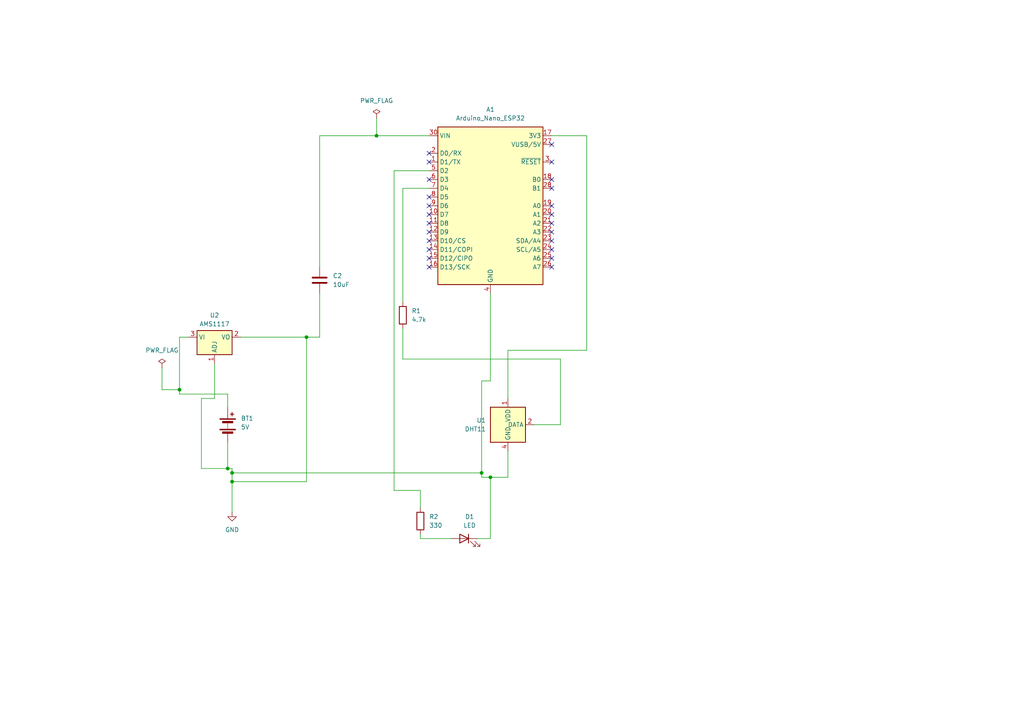
<source format=kicad_sch>
(kicad_sch
	(version 20231120)
	(generator "eeschema")
	(generator_version "8.0")
	(uuid "3d804188-b0ae-4ef1-8a5c-bc920f971b0e")
	(paper "A4")
	(lib_symbols
		(symbol "Device:Battery"
			(pin_numbers hide)
			(pin_names
				(offset 0) hide)
			(exclude_from_sim no)
			(in_bom yes)
			(on_board yes)
			(property "Reference" "BT"
				(at 2.54 2.54 0)
				(effects
					(font
						(size 1.27 1.27)
					)
					(justify left)
				)
			)
			(property "Value" "Battery"
				(at 2.54 0 0)
				(effects
					(font
						(size 1.27 1.27)
					)
					(justify left)
				)
			)
			(property "Footprint" ""
				(at 0 1.524 90)
				(effects
					(font
						(size 1.27 1.27)
					)
					(hide yes)
				)
			)
			(property "Datasheet" "~"
				(at 0 1.524 90)
				(effects
					(font
						(size 1.27 1.27)
					)
					(hide yes)
				)
			)
			(property "Description" "Multiple-cell battery"
				(at 0 0 0)
				(effects
					(font
						(size 1.27 1.27)
					)
					(hide yes)
				)
			)
			(property "ki_keywords" "batt voltage-source cell"
				(at 0 0 0)
				(effects
					(font
						(size 1.27 1.27)
					)
					(hide yes)
				)
			)
			(symbol "Battery_0_1"
				(rectangle
					(start -2.286 -1.27)
					(end 2.286 -1.524)
					(stroke
						(width 0)
						(type default)
					)
					(fill
						(type outline)
					)
				)
				(rectangle
					(start -2.286 1.778)
					(end 2.286 1.524)
					(stroke
						(width 0)
						(type default)
					)
					(fill
						(type outline)
					)
				)
				(rectangle
					(start -1.524 -2.032)
					(end 1.524 -2.54)
					(stroke
						(width 0)
						(type default)
					)
					(fill
						(type outline)
					)
				)
				(rectangle
					(start -1.524 1.016)
					(end 1.524 0.508)
					(stroke
						(width 0)
						(type default)
					)
					(fill
						(type outline)
					)
				)
				(polyline
					(pts
						(xy 0 -1.016) (xy 0 -0.762)
					)
					(stroke
						(width 0)
						(type default)
					)
					(fill
						(type none)
					)
				)
				(polyline
					(pts
						(xy 0 -0.508) (xy 0 -0.254)
					)
					(stroke
						(width 0)
						(type default)
					)
					(fill
						(type none)
					)
				)
				(polyline
					(pts
						(xy 0 0) (xy 0 0.254)
					)
					(stroke
						(width 0)
						(type default)
					)
					(fill
						(type none)
					)
				)
				(polyline
					(pts
						(xy 0 1.778) (xy 0 2.54)
					)
					(stroke
						(width 0)
						(type default)
					)
					(fill
						(type none)
					)
				)
				(polyline
					(pts
						(xy 0.762 3.048) (xy 1.778 3.048)
					)
					(stroke
						(width 0.254)
						(type default)
					)
					(fill
						(type none)
					)
				)
				(polyline
					(pts
						(xy 1.27 3.556) (xy 1.27 2.54)
					)
					(stroke
						(width 0.254)
						(type default)
					)
					(fill
						(type none)
					)
				)
			)
			(symbol "Battery_1_1"
				(pin passive line
					(at 0 5.08 270)
					(length 2.54)
					(name "+"
						(effects
							(font
								(size 1.27 1.27)
							)
						)
					)
					(number "1"
						(effects
							(font
								(size 1.27 1.27)
							)
						)
					)
				)
				(pin passive line
					(at 0 -5.08 90)
					(length 2.54)
					(name "-"
						(effects
							(font
								(size 1.27 1.27)
							)
						)
					)
					(number "2"
						(effects
							(font
								(size 1.27 1.27)
							)
						)
					)
				)
			)
		)
		(symbol "Device:C"
			(pin_numbers hide)
			(pin_names
				(offset 0.254)
			)
			(exclude_from_sim no)
			(in_bom yes)
			(on_board yes)
			(property "Reference" "C"
				(at 0.635 2.54 0)
				(effects
					(font
						(size 1.27 1.27)
					)
					(justify left)
				)
			)
			(property "Value" "C"
				(at 0.635 -2.54 0)
				(effects
					(font
						(size 1.27 1.27)
					)
					(justify left)
				)
			)
			(property "Footprint" ""
				(at 0.9652 -3.81 0)
				(effects
					(font
						(size 1.27 1.27)
					)
					(hide yes)
				)
			)
			(property "Datasheet" "~"
				(at 0 0 0)
				(effects
					(font
						(size 1.27 1.27)
					)
					(hide yes)
				)
			)
			(property "Description" "Unpolarized capacitor"
				(at 0 0 0)
				(effects
					(font
						(size 1.27 1.27)
					)
					(hide yes)
				)
			)
			(property "ki_keywords" "cap capacitor"
				(at 0 0 0)
				(effects
					(font
						(size 1.27 1.27)
					)
					(hide yes)
				)
			)
			(property "ki_fp_filters" "C_*"
				(at 0 0 0)
				(effects
					(font
						(size 1.27 1.27)
					)
					(hide yes)
				)
			)
			(symbol "C_0_1"
				(polyline
					(pts
						(xy -2.032 -0.762) (xy 2.032 -0.762)
					)
					(stroke
						(width 0.508)
						(type default)
					)
					(fill
						(type none)
					)
				)
				(polyline
					(pts
						(xy -2.032 0.762) (xy 2.032 0.762)
					)
					(stroke
						(width 0.508)
						(type default)
					)
					(fill
						(type none)
					)
				)
			)
			(symbol "C_1_1"
				(pin passive line
					(at 0 3.81 270)
					(length 2.794)
					(name "~"
						(effects
							(font
								(size 1.27 1.27)
							)
						)
					)
					(number "1"
						(effects
							(font
								(size 1.27 1.27)
							)
						)
					)
				)
				(pin passive line
					(at 0 -3.81 90)
					(length 2.794)
					(name "~"
						(effects
							(font
								(size 1.27 1.27)
							)
						)
					)
					(number "2"
						(effects
							(font
								(size 1.27 1.27)
							)
						)
					)
				)
			)
		)
		(symbol "Device:LED"
			(pin_numbers hide)
			(pin_names
				(offset 1.016) hide)
			(exclude_from_sim no)
			(in_bom yes)
			(on_board yes)
			(property "Reference" "D"
				(at 0 2.54 0)
				(effects
					(font
						(size 1.27 1.27)
					)
				)
			)
			(property "Value" "LED"
				(at 0 -2.54 0)
				(effects
					(font
						(size 1.27 1.27)
					)
				)
			)
			(property "Footprint" ""
				(at 0 0 0)
				(effects
					(font
						(size 1.27 1.27)
					)
					(hide yes)
				)
			)
			(property "Datasheet" "~"
				(at 0 0 0)
				(effects
					(font
						(size 1.27 1.27)
					)
					(hide yes)
				)
			)
			(property "Description" "Light emitting diode"
				(at 0 0 0)
				(effects
					(font
						(size 1.27 1.27)
					)
					(hide yes)
				)
			)
			(property "ki_keywords" "LED diode"
				(at 0 0 0)
				(effects
					(font
						(size 1.27 1.27)
					)
					(hide yes)
				)
			)
			(property "ki_fp_filters" "LED* LED_SMD:* LED_THT:*"
				(at 0 0 0)
				(effects
					(font
						(size 1.27 1.27)
					)
					(hide yes)
				)
			)
			(symbol "LED_0_1"
				(polyline
					(pts
						(xy -1.27 -1.27) (xy -1.27 1.27)
					)
					(stroke
						(width 0.254)
						(type default)
					)
					(fill
						(type none)
					)
				)
				(polyline
					(pts
						(xy -1.27 0) (xy 1.27 0)
					)
					(stroke
						(width 0)
						(type default)
					)
					(fill
						(type none)
					)
				)
				(polyline
					(pts
						(xy 1.27 -1.27) (xy 1.27 1.27) (xy -1.27 0) (xy 1.27 -1.27)
					)
					(stroke
						(width 0.254)
						(type default)
					)
					(fill
						(type none)
					)
				)
				(polyline
					(pts
						(xy -3.048 -0.762) (xy -4.572 -2.286) (xy -3.81 -2.286) (xy -4.572 -2.286) (xy -4.572 -1.524)
					)
					(stroke
						(width 0)
						(type default)
					)
					(fill
						(type none)
					)
				)
				(polyline
					(pts
						(xy -1.778 -0.762) (xy -3.302 -2.286) (xy -2.54 -2.286) (xy -3.302 -2.286) (xy -3.302 -1.524)
					)
					(stroke
						(width 0)
						(type default)
					)
					(fill
						(type none)
					)
				)
			)
			(symbol "LED_1_1"
				(pin passive line
					(at -3.81 0 0)
					(length 2.54)
					(name "K"
						(effects
							(font
								(size 1.27 1.27)
							)
						)
					)
					(number "1"
						(effects
							(font
								(size 1.27 1.27)
							)
						)
					)
				)
				(pin passive line
					(at 3.81 0 180)
					(length 2.54)
					(name "A"
						(effects
							(font
								(size 1.27 1.27)
							)
						)
					)
					(number "2"
						(effects
							(font
								(size 1.27 1.27)
							)
						)
					)
				)
			)
		)
		(symbol "Device:R"
			(pin_numbers hide)
			(pin_names
				(offset 0)
			)
			(exclude_from_sim no)
			(in_bom yes)
			(on_board yes)
			(property "Reference" "R"
				(at 2.032 0 90)
				(effects
					(font
						(size 1.27 1.27)
					)
				)
			)
			(property "Value" "R"
				(at 0 0 90)
				(effects
					(font
						(size 1.27 1.27)
					)
				)
			)
			(property "Footprint" ""
				(at -1.778 0 90)
				(effects
					(font
						(size 1.27 1.27)
					)
					(hide yes)
				)
			)
			(property "Datasheet" "~"
				(at 0 0 0)
				(effects
					(font
						(size 1.27 1.27)
					)
					(hide yes)
				)
			)
			(property "Description" "Resistor"
				(at 0 0 0)
				(effects
					(font
						(size 1.27 1.27)
					)
					(hide yes)
				)
			)
			(property "ki_keywords" "R res resistor"
				(at 0 0 0)
				(effects
					(font
						(size 1.27 1.27)
					)
					(hide yes)
				)
			)
			(property "ki_fp_filters" "R_*"
				(at 0 0 0)
				(effects
					(font
						(size 1.27 1.27)
					)
					(hide yes)
				)
			)
			(symbol "R_0_1"
				(rectangle
					(start -1.016 -2.54)
					(end 1.016 2.54)
					(stroke
						(width 0.254)
						(type default)
					)
					(fill
						(type none)
					)
				)
			)
			(symbol "R_1_1"
				(pin passive line
					(at 0 3.81 270)
					(length 1.27)
					(name "~"
						(effects
							(font
								(size 1.27 1.27)
							)
						)
					)
					(number "1"
						(effects
							(font
								(size 1.27 1.27)
							)
						)
					)
				)
				(pin passive line
					(at 0 -3.81 90)
					(length 1.27)
					(name "~"
						(effects
							(font
								(size 1.27 1.27)
							)
						)
					)
					(number "2"
						(effects
							(font
								(size 1.27 1.27)
							)
						)
					)
				)
			)
		)
		(symbol "MCU_Module:Arduino_Nano_ESP32"
			(exclude_from_sim no)
			(in_bom yes)
			(on_board yes)
			(property "Reference" "A"
				(at -14.986 23.622 0)
				(effects
					(font
						(size 1.27 1.27)
					)
					(justify left bottom)
				)
			)
			(property "Value" "Arduino_Nano_ESP32"
				(at 3.81 -25.654 0)
				(effects
					(font
						(size 1.27 1.27)
					)
					(justify left top)
				)
			)
			(property "Footprint" "Module:Arduino_Nano"
				(at 13.716 -34.036 0)
				(effects
					(font
						(size 1.27 1.27)
						(italic yes)
					)
					(hide yes)
				)
			)
			(property "Datasheet" "https://docs.arduino.cc/resources/datasheets/ABX00083-datasheet.pdf"
				(at 39.116 -31.496 0)
				(effects
					(font
						(size 1.27 1.27)
					)
					(hide yes)
				)
			)
			(property "Description" "Arduino Nano board based on the ESP32-S3 with a dual-core 240 MHz processor, 384 kB ROM, 512 kB SRAM. Operates at 3.3V, with 5V USB-C® input and 6-21V VIN. Features Wi-Fi®, Bluetooth® LE, digital and analog pins, and supports SPI, I2C, UART, I2S, and CAN."
				(at 138.43 -28.956 0)
				(effects
					(font
						(size 1.27 1.27)
					)
					(hide yes)
				)
			)
			(property "ki_keywords" "Arduino Nano ESP32"
				(at 0 0 0)
				(effects
					(font
						(size 1.27 1.27)
					)
					(hide yes)
				)
			)
			(property "ki_fp_filters" "Arduino*Nano*"
				(at 0 0 0)
				(effects
					(font
						(size 1.27 1.27)
					)
					(hide yes)
				)
			)
			(symbol "Arduino_Nano_ESP32_0_1"
				(rectangle
					(start -15.24 22.86)
					(end 15.24 -22.86)
					(stroke
						(width 0.254)
						(type default)
					)
					(fill
						(type background)
					)
				)
			)
			(symbol "Arduino_Nano_ESP32_1_1"
				(pin bidirectional line
					(at -17.78 12.7 0)
					(length 2.54)
					(name "D1/TX"
						(effects
							(font
								(size 1.27 1.27)
							)
						)
					)
					(number "1"
						(effects
							(font
								(size 1.27 1.27)
							)
						)
					)
				)
				(pin bidirectional line
					(at -17.78 -2.54 0)
					(length 2.54)
					(name "D7"
						(effects
							(font
								(size 1.27 1.27)
							)
						)
					)
					(number "10"
						(effects
							(font
								(size 1.27 1.27)
							)
						)
					)
				)
				(pin bidirectional line
					(at -17.78 -5.08 0)
					(length 2.54)
					(name "D8"
						(effects
							(font
								(size 1.27 1.27)
							)
						)
					)
					(number "11"
						(effects
							(font
								(size 1.27 1.27)
							)
						)
					)
				)
				(pin bidirectional line
					(at -17.78 -7.62 0)
					(length 2.54)
					(name "D9"
						(effects
							(font
								(size 1.27 1.27)
							)
						)
					)
					(number "12"
						(effects
							(font
								(size 1.27 1.27)
							)
						)
					)
				)
				(pin bidirectional line
					(at -17.78 -10.16 0)
					(length 2.54)
					(name "D10/CS"
						(effects
							(font
								(size 1.27 1.27)
							)
						)
					)
					(number "13"
						(effects
							(font
								(size 1.27 1.27)
							)
						)
					)
				)
				(pin bidirectional line
					(at -17.78 -12.7 0)
					(length 2.54)
					(name "D11/COPI"
						(effects
							(font
								(size 1.27 1.27)
							)
						)
					)
					(number "14"
						(effects
							(font
								(size 1.27 1.27)
							)
						)
					)
				)
				(pin bidirectional line
					(at -17.78 -15.24 0)
					(length 2.54)
					(name "D12/CIPO"
						(effects
							(font
								(size 1.27 1.27)
							)
						)
					)
					(number "15"
						(effects
							(font
								(size 1.27 1.27)
							)
						)
					)
				)
				(pin bidirectional line
					(at -17.78 -17.78 0)
					(length 2.54)
					(name "D13/SCK"
						(effects
							(font
								(size 1.27 1.27)
							)
						)
					)
					(number "16"
						(effects
							(font
								(size 1.27 1.27)
							)
						)
					)
				)
				(pin power_out line
					(at 17.78 20.32 180)
					(length 2.54)
					(name "3V3"
						(effects
							(font
								(size 1.27 1.27)
							)
						)
					)
					(number "17"
						(effects
							(font
								(size 1.27 1.27)
							)
						)
					)
				)
				(pin bidirectional line
					(at 17.78 7.62 180)
					(length 2.54)
					(name "B0"
						(effects
							(font
								(size 1.27 1.27)
							)
						)
					)
					(number "18"
						(effects
							(font
								(size 1.27 1.27)
							)
						)
					)
				)
				(pin bidirectional line
					(at 17.78 0 180)
					(length 2.54)
					(name "A0"
						(effects
							(font
								(size 1.27 1.27)
							)
						)
					)
					(number "19"
						(effects
							(font
								(size 1.27 1.27)
							)
						)
					)
				)
				(pin bidirectional line
					(at -17.78 15.24 0)
					(length 2.54)
					(name "D0/RX"
						(effects
							(font
								(size 1.27 1.27)
							)
						)
					)
					(number "2"
						(effects
							(font
								(size 1.27 1.27)
							)
						)
					)
				)
				(pin bidirectional line
					(at 17.78 -2.54 180)
					(length 2.54)
					(name "A1"
						(effects
							(font
								(size 1.27 1.27)
							)
						)
					)
					(number "20"
						(effects
							(font
								(size 1.27 1.27)
							)
						)
					)
				)
				(pin bidirectional line
					(at 17.78 -5.08 180)
					(length 2.54)
					(name "A2"
						(effects
							(font
								(size 1.27 1.27)
							)
						)
					)
					(number "21"
						(effects
							(font
								(size 1.27 1.27)
							)
						)
					)
				)
				(pin bidirectional line
					(at 17.78 -7.62 180)
					(length 2.54)
					(name "A3"
						(effects
							(font
								(size 1.27 1.27)
							)
						)
					)
					(number "22"
						(effects
							(font
								(size 1.27 1.27)
							)
						)
					)
				)
				(pin bidirectional line
					(at 17.78 -10.16 180)
					(length 2.54)
					(name "SDA/A4"
						(effects
							(font
								(size 1.27 1.27)
							)
						)
					)
					(number "23"
						(effects
							(font
								(size 1.27 1.27)
							)
						)
					)
				)
				(pin bidirectional line
					(at 17.78 -12.7 180)
					(length 2.54)
					(name "SCL/A5"
						(effects
							(font
								(size 1.27 1.27)
							)
						)
					)
					(number "24"
						(effects
							(font
								(size 1.27 1.27)
							)
						)
					)
				)
				(pin bidirectional line
					(at 17.78 -15.24 180)
					(length 2.54)
					(name "A6"
						(effects
							(font
								(size 1.27 1.27)
							)
						)
					)
					(number "25"
						(effects
							(font
								(size 1.27 1.27)
							)
						)
					)
				)
				(pin bidirectional line
					(at 17.78 -17.78 180)
					(length 2.54)
					(name "A7"
						(effects
							(font
								(size 1.27 1.27)
							)
						)
					)
					(number "26"
						(effects
							(font
								(size 1.27 1.27)
							)
						)
					)
				)
				(pin power_out line
					(at 17.78 17.78 180)
					(length 2.54)
					(name "VUSB/5V"
						(effects
							(font
								(size 1.27 1.27)
							)
						)
					)
					(number "27"
						(effects
							(font
								(size 1.27 1.27)
							)
						)
					)
				)
				(pin bidirectional line
					(at 17.78 5.08 180)
					(length 2.54)
					(name "B1"
						(effects
							(font
								(size 1.27 1.27)
							)
						)
					)
					(number "28"
						(effects
							(font
								(size 1.27 1.27)
							)
						)
					)
				)
				(pin passive line
					(at 0 -25.4 90)
					(length 2.54) hide
					(name "GND"
						(effects
							(font
								(size 1.27 1.27)
							)
						)
					)
					(number "29"
						(effects
							(font
								(size 1.27 1.27)
							)
						)
					)
				)
				(pin input line
					(at 17.78 12.7 180)
					(length 2.54)
					(name "~{RESET}"
						(effects
							(font
								(size 1.27 1.27)
							)
						)
					)
					(number "3"
						(effects
							(font
								(size 1.27 1.27)
							)
						)
					)
				)
				(pin power_in line
					(at -17.78 20.32 0)
					(length 2.54)
					(name "VIN"
						(effects
							(font
								(size 1.27 1.27)
							)
						)
					)
					(number "30"
						(effects
							(font
								(size 1.27 1.27)
							)
						)
					)
				)
				(pin power_in line
					(at 0 -25.4 90)
					(length 2.54)
					(name "GND"
						(effects
							(font
								(size 1.27 1.27)
							)
						)
					)
					(number "4"
						(effects
							(font
								(size 1.27 1.27)
							)
						)
					)
				)
				(pin bidirectional line
					(at -17.78 10.16 0)
					(length 2.54)
					(name "D2"
						(effects
							(font
								(size 1.27 1.27)
							)
						)
					)
					(number "5"
						(effects
							(font
								(size 1.27 1.27)
							)
						)
					)
				)
				(pin bidirectional line
					(at -17.78 7.62 0)
					(length 2.54)
					(name "D3"
						(effects
							(font
								(size 1.27 1.27)
							)
						)
					)
					(number "6"
						(effects
							(font
								(size 1.27 1.27)
							)
						)
					)
				)
				(pin bidirectional line
					(at -17.78 5.08 0)
					(length 2.54)
					(name "D4"
						(effects
							(font
								(size 1.27 1.27)
							)
						)
					)
					(number "7"
						(effects
							(font
								(size 1.27 1.27)
							)
						)
					)
				)
				(pin bidirectional line
					(at -17.78 2.54 0)
					(length 2.54)
					(name "D5"
						(effects
							(font
								(size 1.27 1.27)
							)
						)
					)
					(number "8"
						(effects
							(font
								(size 1.27 1.27)
							)
						)
					)
				)
				(pin bidirectional line
					(at -17.78 0 0)
					(length 2.54)
					(name "D6"
						(effects
							(font
								(size 1.27 1.27)
							)
						)
					)
					(number "9"
						(effects
							(font
								(size 1.27 1.27)
							)
						)
					)
				)
			)
		)
		(symbol "Regulator_Linear:AMS1117"
			(exclude_from_sim no)
			(in_bom yes)
			(on_board yes)
			(property "Reference" "U"
				(at -3.81 3.175 0)
				(effects
					(font
						(size 1.27 1.27)
					)
				)
			)
			(property "Value" "AMS1117"
				(at 0 3.175 0)
				(effects
					(font
						(size 1.27 1.27)
					)
					(justify left)
				)
			)
			(property "Footprint" "Package_TO_SOT_SMD:SOT-223-3_TabPin2"
				(at 0 5.08 0)
				(effects
					(font
						(size 1.27 1.27)
					)
					(hide yes)
				)
			)
			(property "Datasheet" "http://www.advanced-monolithic.com/pdf/ds1117.pdf"
				(at 2.54 -6.35 0)
				(effects
					(font
						(size 1.27 1.27)
					)
					(hide yes)
				)
			)
			(property "Description" "1A Low Dropout regulator, positive, adjustable output, SOT-223"
				(at 0 0 0)
				(effects
					(font
						(size 1.27 1.27)
					)
					(hide yes)
				)
			)
			(property "ki_keywords" "linear regulator ldo adjustable positive"
				(at 0 0 0)
				(effects
					(font
						(size 1.27 1.27)
					)
					(hide yes)
				)
			)
			(property "ki_fp_filters" "SOT?223*TabPin2*"
				(at 0 0 0)
				(effects
					(font
						(size 1.27 1.27)
					)
					(hide yes)
				)
			)
			(symbol "AMS1117_0_1"
				(rectangle
					(start -5.08 -5.08)
					(end 5.08 1.905)
					(stroke
						(width 0.254)
						(type default)
					)
					(fill
						(type background)
					)
				)
			)
			(symbol "AMS1117_1_1"
				(pin input line
					(at 0 -7.62 90)
					(length 2.54)
					(name "ADJ"
						(effects
							(font
								(size 1.27 1.27)
							)
						)
					)
					(number "1"
						(effects
							(font
								(size 1.27 1.27)
							)
						)
					)
				)
				(pin power_out line
					(at 7.62 0 180)
					(length 2.54)
					(name "VO"
						(effects
							(font
								(size 1.27 1.27)
							)
						)
					)
					(number "2"
						(effects
							(font
								(size 1.27 1.27)
							)
						)
					)
				)
				(pin power_in line
					(at -7.62 0 0)
					(length 2.54)
					(name "VI"
						(effects
							(font
								(size 1.27 1.27)
							)
						)
					)
					(number "3"
						(effects
							(font
								(size 1.27 1.27)
							)
						)
					)
				)
			)
		)
		(symbol "Sensor:DHT11"
			(exclude_from_sim no)
			(in_bom yes)
			(on_board yes)
			(property "Reference" "U"
				(at -3.81 6.35 0)
				(effects
					(font
						(size 1.27 1.27)
					)
				)
			)
			(property "Value" "DHT11"
				(at 3.81 6.35 0)
				(effects
					(font
						(size 1.27 1.27)
					)
				)
			)
			(property "Footprint" "Sensor:Aosong_DHT11_5.5x12.0_P2.54mm"
				(at 0 -10.16 0)
				(effects
					(font
						(size 1.27 1.27)
					)
					(hide yes)
				)
			)
			(property "Datasheet" "http://akizukidenshi.com/download/ds/aosong/DHT11.pdf"
				(at 3.81 6.35 0)
				(effects
					(font
						(size 1.27 1.27)
					)
					(hide yes)
				)
			)
			(property "Description" "3.3V to 5.5V, temperature and humidity module, DHT11"
				(at 0 0 0)
				(effects
					(font
						(size 1.27 1.27)
					)
					(hide yes)
				)
			)
			(property "ki_keywords" "digital sensor"
				(at 0 0 0)
				(effects
					(font
						(size 1.27 1.27)
					)
					(hide yes)
				)
			)
			(property "ki_fp_filters" "Aosong*DHT11*5.5x12.0*P2.54mm*"
				(at 0 0 0)
				(effects
					(font
						(size 1.27 1.27)
					)
					(hide yes)
				)
			)
			(symbol "DHT11_0_1"
				(rectangle
					(start -5.08 5.08)
					(end 5.08 -5.08)
					(stroke
						(width 0.254)
						(type default)
					)
					(fill
						(type background)
					)
				)
			)
			(symbol "DHT11_1_1"
				(pin power_in line
					(at 0 7.62 270)
					(length 2.54)
					(name "VDD"
						(effects
							(font
								(size 1.27 1.27)
							)
						)
					)
					(number "1"
						(effects
							(font
								(size 1.27 1.27)
							)
						)
					)
				)
				(pin bidirectional line
					(at 7.62 0 180)
					(length 2.54)
					(name "DATA"
						(effects
							(font
								(size 1.27 1.27)
							)
						)
					)
					(number "2"
						(effects
							(font
								(size 1.27 1.27)
							)
						)
					)
				)
				(pin no_connect line
					(at -5.08 0 0)
					(length 2.54) hide
					(name "NC"
						(effects
							(font
								(size 1.27 1.27)
							)
						)
					)
					(number "3"
						(effects
							(font
								(size 1.27 1.27)
							)
						)
					)
				)
				(pin power_in line
					(at 0 -7.62 90)
					(length 2.54)
					(name "GND"
						(effects
							(font
								(size 1.27 1.27)
							)
						)
					)
					(number "4"
						(effects
							(font
								(size 1.27 1.27)
							)
						)
					)
				)
			)
		)
		(symbol "power:GND"
			(power)
			(pin_numbers hide)
			(pin_names
				(offset 0) hide)
			(exclude_from_sim no)
			(in_bom yes)
			(on_board yes)
			(property "Reference" "#PWR"
				(at 0 -6.35 0)
				(effects
					(font
						(size 1.27 1.27)
					)
					(hide yes)
				)
			)
			(property "Value" "GND"
				(at 0 -3.81 0)
				(effects
					(font
						(size 1.27 1.27)
					)
				)
			)
			(property "Footprint" ""
				(at 0 0 0)
				(effects
					(font
						(size 1.27 1.27)
					)
					(hide yes)
				)
			)
			(property "Datasheet" ""
				(at 0 0 0)
				(effects
					(font
						(size 1.27 1.27)
					)
					(hide yes)
				)
			)
			(property "Description" "Power symbol creates a global label with name \"GND\" , ground"
				(at 0 0 0)
				(effects
					(font
						(size 1.27 1.27)
					)
					(hide yes)
				)
			)
			(property "ki_keywords" "global power"
				(at 0 0 0)
				(effects
					(font
						(size 1.27 1.27)
					)
					(hide yes)
				)
			)
			(symbol "GND_0_1"
				(polyline
					(pts
						(xy 0 0) (xy 0 -1.27) (xy 1.27 -1.27) (xy 0 -2.54) (xy -1.27 -1.27) (xy 0 -1.27)
					)
					(stroke
						(width 0)
						(type default)
					)
					(fill
						(type none)
					)
				)
			)
			(symbol "GND_1_1"
				(pin power_in line
					(at 0 0 270)
					(length 0)
					(name "~"
						(effects
							(font
								(size 1.27 1.27)
							)
						)
					)
					(number "1"
						(effects
							(font
								(size 1.27 1.27)
							)
						)
					)
				)
			)
		)
		(symbol "power:PWR_FLAG"
			(power)
			(pin_numbers hide)
			(pin_names
				(offset 0) hide)
			(exclude_from_sim no)
			(in_bom yes)
			(on_board yes)
			(property "Reference" "#FLG"
				(at 0 1.905 0)
				(effects
					(font
						(size 1.27 1.27)
					)
					(hide yes)
				)
			)
			(property "Value" "PWR_FLAG"
				(at 0 3.81 0)
				(effects
					(font
						(size 1.27 1.27)
					)
				)
			)
			(property "Footprint" ""
				(at 0 0 0)
				(effects
					(font
						(size 1.27 1.27)
					)
					(hide yes)
				)
			)
			(property "Datasheet" "~"
				(at 0 0 0)
				(effects
					(font
						(size 1.27 1.27)
					)
					(hide yes)
				)
			)
			(property "Description" "Special symbol for telling ERC where power comes from"
				(at 0 0 0)
				(effects
					(font
						(size 1.27 1.27)
					)
					(hide yes)
				)
			)
			(property "ki_keywords" "flag power"
				(at 0 0 0)
				(effects
					(font
						(size 1.27 1.27)
					)
					(hide yes)
				)
			)
			(symbol "PWR_FLAG_0_0"
				(pin power_out line
					(at 0 0 90)
					(length 0)
					(name "~"
						(effects
							(font
								(size 1.27 1.27)
							)
						)
					)
					(number "1"
						(effects
							(font
								(size 1.27 1.27)
							)
						)
					)
				)
			)
			(symbol "PWR_FLAG_0_1"
				(polyline
					(pts
						(xy 0 0) (xy 0 1.27) (xy -1.016 1.905) (xy 0 2.54) (xy 1.016 1.905) (xy 0 1.27)
					)
					(stroke
						(width 0)
						(type default)
					)
					(fill
						(type none)
					)
				)
			)
		)
	)
	(junction
		(at 142.24 138.43)
		(diameter 0)
		(color 0 0 0 0)
		(uuid "069525fe-a0ed-4577-98e2-87207ab28258")
	)
	(junction
		(at 66.04 135.89)
		(diameter 0)
		(color 0 0 0 0)
		(uuid "27cd30af-8b69-419a-8f0b-66c17e1caa99")
	)
	(junction
		(at 139.7 137.16)
		(diameter 0)
		(color 0 0 0 0)
		(uuid "362a0b85-fced-44ab-b8ea-cc8de27bff61")
	)
	(junction
		(at 109.22 39.37)
		(diameter 0)
		(color 0 0 0 0)
		(uuid "41a85372-e464-468d-a148-67ec38c3ec36")
	)
	(junction
		(at 67.31 137.16)
		(diameter 0)
		(color 0 0 0 0)
		(uuid "5ad87254-f2ba-4378-896b-d2211a563808")
	)
	(junction
		(at 52.07 113.03)
		(diameter 0)
		(color 0 0 0 0)
		(uuid "aafe246b-ede4-4b5f-8dec-82dc318ae9cd")
	)
	(junction
		(at 88.9 97.79)
		(diameter 0)
		(color 0 0 0 0)
		(uuid "b829f3fc-97da-469a-8d22-0ef2a17b78ce")
	)
	(junction
		(at 67.31 139.7)
		(diameter 0)
		(color 0 0 0 0)
		(uuid "c182f26f-45c9-41d2-ae9b-1c0c90ab65ff")
	)
	(no_connect
		(at 124.46 67.31)
		(uuid "0cd5b976-0822-4a42-b365-a8a80f00f6f4")
	)
	(no_connect
		(at 160.02 62.23)
		(uuid "0d99af5a-facc-4bea-b882-bf58d05b9dbf")
	)
	(no_connect
		(at 124.46 69.85)
		(uuid "2821c742-69f8-4d6d-9522-5d0458354a63")
	)
	(no_connect
		(at 160.02 54.61)
		(uuid "306e822e-281a-42b4-be1a-23e1d7c46d62")
	)
	(no_connect
		(at 124.46 62.23)
		(uuid "4168b1f6-4c2e-441e-91ec-6202d15d8b69")
	)
	(no_connect
		(at 160.02 72.39)
		(uuid "41af7546-adf6-4c41-8a57-e049347e0d37")
	)
	(no_connect
		(at 160.02 67.31)
		(uuid "4bf2e8a5-be71-46fc-866a-bfe6d6103ee3")
	)
	(no_connect
		(at 160.02 59.69)
		(uuid "6913d331-9cc8-4d55-bfc5-004a7365a5e2")
	)
	(no_connect
		(at 160.02 41.91)
		(uuid "750b9421-de8b-4847-8bd9-7b352cee3709")
	)
	(no_connect
		(at 124.46 72.39)
		(uuid "86266f64-e51b-4352-bc5d-f85ee27b2381")
	)
	(no_connect
		(at 124.46 59.69)
		(uuid "8e282dcd-1bd2-4d97-980a-4417fc32cf85")
	)
	(no_connect
		(at 124.46 52.07)
		(uuid "90812fef-6704-468b-9e2f-41c6860a4742")
	)
	(no_connect
		(at 124.46 46.99)
		(uuid "9a4a7bbd-caf4-4264-aad4-536b5be3a7ac")
	)
	(no_connect
		(at 124.46 64.77)
		(uuid "a4945a92-05d4-47e5-b1d2-4a1db81b335e")
	)
	(no_connect
		(at 124.46 57.15)
		(uuid "a799b7d1-4927-477f-88e5-fec724586dc1")
	)
	(no_connect
		(at 160.02 69.85)
		(uuid "aa0544d9-ac07-492b-91a2-91945faf7270")
	)
	(no_connect
		(at 160.02 64.77)
		(uuid "abd2f57a-f23f-486a-a309-7a197b99c9ed")
	)
	(no_connect
		(at 124.46 77.47)
		(uuid "b1600fc8-8051-4e70-95df-9fc6cc7f862e")
	)
	(no_connect
		(at 160.02 46.99)
		(uuid "b1921cc0-766f-4923-a2b5-50016624345a")
	)
	(no_connect
		(at 160.02 74.93)
		(uuid "e612d2cf-6a18-413a-a0bf-3f79a8a3e148")
	)
	(no_connect
		(at 124.46 44.45)
		(uuid "e857c997-4fd9-4286-a16e-3a1ea23e650e")
	)
	(no_connect
		(at 160.02 52.07)
		(uuid "ed1b94b3-1b17-4ee4-a27f-de4c75045b48")
	)
	(no_connect
		(at 124.46 74.93)
		(uuid "f41029d6-0f99-417e-accf-a234d9e62588")
	)
	(no_connect
		(at 160.02 77.47)
		(uuid "fd865265-21a3-4eb2-b05d-bfbb1e31da83")
	)
	(wire
		(pts
			(xy 170.18 39.37) (xy 170.18 101.6)
		)
		(stroke
			(width 0)
			(type default)
		)
		(uuid "07f2f1fb-a4f9-445b-9e64-e79ad337bb2e")
	)
	(wire
		(pts
			(xy 116.84 54.61) (xy 116.84 87.63)
		)
		(stroke
			(width 0)
			(type default)
		)
		(uuid "14bd3a94-82ba-4aac-8dc7-33b8874fe74e")
	)
	(wire
		(pts
			(xy 67.31 139.7) (xy 67.31 148.59)
		)
		(stroke
			(width 0)
			(type default)
		)
		(uuid "165303d1-1f50-4c28-9326-fbdf2adcb026")
	)
	(wire
		(pts
			(xy 92.71 77.47) (xy 92.71 39.37)
		)
		(stroke
			(width 0)
			(type default)
		)
		(uuid "1dfa4488-111f-489b-abe7-d4474a17171e")
	)
	(wire
		(pts
			(xy 138.43 156.21) (xy 142.24 156.21)
		)
		(stroke
			(width 0)
			(type default)
		)
		(uuid "1f8f8f40-cd2d-4b3c-a1b2-e4a70c9b6db6")
	)
	(wire
		(pts
			(xy 160.02 39.37) (xy 170.18 39.37)
		)
		(stroke
			(width 0)
			(type default)
		)
		(uuid "20699fc1-ba25-43e5-b089-c3713f9f518d")
	)
	(wire
		(pts
			(xy 66.04 114.3) (xy 66.04 118.11)
		)
		(stroke
			(width 0)
			(type default)
		)
		(uuid "21ab6fe1-a289-43fc-ae66-56fc12b5af1f")
	)
	(wire
		(pts
			(xy 66.04 135.89) (xy 67.31 135.89)
		)
		(stroke
			(width 0)
			(type default)
		)
		(uuid "2e23ecf1-824f-4b3a-8c8d-b3cb9bf44a11")
	)
	(wire
		(pts
			(xy 130.81 156.21) (xy 121.92 156.21)
		)
		(stroke
			(width 0)
			(type default)
		)
		(uuid "3eb6fa77-4a06-4826-807f-b20aeea0c497")
	)
	(wire
		(pts
			(xy 124.46 54.61) (xy 116.84 54.61)
		)
		(stroke
			(width 0)
			(type default)
		)
		(uuid "4ea23802-108a-4537-8abe-4ef946ff843a")
	)
	(wire
		(pts
			(xy 162.56 104.14) (xy 162.56 123.19)
		)
		(stroke
			(width 0)
			(type default)
		)
		(uuid "4ee0b152-a630-4660-b120-75d2f468ee0c")
	)
	(wire
		(pts
			(xy 88.9 97.79) (xy 92.71 97.79)
		)
		(stroke
			(width 0)
			(type default)
		)
		(uuid "52b6cc7c-e17e-4ab5-a567-e2d055bc3298")
	)
	(wire
		(pts
			(xy 69.85 97.79) (xy 88.9 97.79)
		)
		(stroke
			(width 0)
			(type default)
		)
		(uuid "53099f31-11c8-4330-8c32-51f0dfc70392")
	)
	(wire
		(pts
			(xy 142.24 156.21) (xy 142.24 138.43)
		)
		(stroke
			(width 0)
			(type default)
		)
		(uuid "567f69b0-a1f0-4286-88ac-72d8e944a6c7")
	)
	(wire
		(pts
			(xy 62.23 115.57) (xy 58.42 115.57)
		)
		(stroke
			(width 0)
			(type default)
		)
		(uuid "59a4fd7a-ad4b-441a-b4b0-d68d6d927291")
	)
	(wire
		(pts
			(xy 139.7 138.43) (xy 142.24 138.43)
		)
		(stroke
			(width 0)
			(type default)
		)
		(uuid "5ba129ef-95e1-4bac-8c41-55593aa9e96b")
	)
	(wire
		(pts
			(xy 58.42 115.57) (xy 58.42 135.89)
		)
		(stroke
			(width 0)
			(type default)
		)
		(uuid "5d667f97-8462-4a37-9d54-355658fc408b")
	)
	(wire
		(pts
			(xy 162.56 123.19) (xy 154.94 123.19)
		)
		(stroke
			(width 0)
			(type default)
		)
		(uuid "5db8a42e-9276-477d-8dba-8237068ad994")
	)
	(wire
		(pts
			(xy 67.31 137.16) (xy 139.7 137.16)
		)
		(stroke
			(width 0)
			(type default)
		)
		(uuid "5e7b5115-2afc-4136-8a54-8eff8d7268e9")
	)
	(wire
		(pts
			(xy 116.84 104.14) (xy 162.56 104.14)
		)
		(stroke
			(width 0)
			(type default)
		)
		(uuid "71389858-179d-4ace-8753-f334d96d7794")
	)
	(wire
		(pts
			(xy 54.61 97.79) (xy 52.07 97.79)
		)
		(stroke
			(width 0)
			(type default)
		)
		(uuid "71f11ab1-6db6-4df9-b787-8a90083a6c9d")
	)
	(wire
		(pts
			(xy 92.71 85.09) (xy 92.71 97.79)
		)
		(stroke
			(width 0)
			(type default)
		)
		(uuid "727bcd60-a640-4362-bd32-b521d30fcd8e")
	)
	(wire
		(pts
			(xy 139.7 137.16) (xy 139.7 138.43)
		)
		(stroke
			(width 0)
			(type default)
		)
		(uuid "7894f7d0-0ed9-4266-aa17-8f970686d1a9")
	)
	(wire
		(pts
			(xy 92.71 39.37) (xy 109.22 39.37)
		)
		(stroke
			(width 0)
			(type default)
		)
		(uuid "7921b040-1c4b-4c57-9ad3-9cae37e23faa")
	)
	(wire
		(pts
			(xy 67.31 137.16) (xy 67.31 139.7)
		)
		(stroke
			(width 0)
			(type default)
		)
		(uuid "81d08e9c-ba7b-4534-8d98-5f7f7b43cac6")
	)
	(wire
		(pts
			(xy 170.18 101.6) (xy 147.32 101.6)
		)
		(stroke
			(width 0)
			(type default)
		)
		(uuid "8483c628-558b-49eb-97ac-f599d43cc841")
	)
	(wire
		(pts
			(xy 58.42 135.89) (xy 66.04 135.89)
		)
		(stroke
			(width 0)
			(type default)
		)
		(uuid "85058edb-667e-4f52-8870-722a6fe0da25")
	)
	(wire
		(pts
			(xy 109.22 39.37) (xy 124.46 39.37)
		)
		(stroke
			(width 0)
			(type default)
		)
		(uuid "880c169b-3d06-47b7-a00b-e95ce80998bf")
	)
	(wire
		(pts
			(xy 52.07 97.79) (xy 52.07 113.03)
		)
		(stroke
			(width 0)
			(type default)
		)
		(uuid "89989678-4e70-4558-8d1a-3135b2d460a9")
	)
	(wire
		(pts
			(xy 147.32 138.43) (xy 147.32 130.81)
		)
		(stroke
			(width 0)
			(type default)
		)
		(uuid "8b8b0958-4601-4e32-a977-3608bdb42f56")
	)
	(wire
		(pts
			(xy 88.9 139.7) (xy 67.31 139.7)
		)
		(stroke
			(width 0)
			(type default)
		)
		(uuid "90b8910b-1957-4bc7-b860-22c9eed1b70e")
	)
	(wire
		(pts
			(xy 46.99 106.68) (xy 46.99 113.03)
		)
		(stroke
			(width 0)
			(type default)
		)
		(uuid "90ec9dd2-20c4-4a49-945d-f506d7240eaf")
	)
	(wire
		(pts
			(xy 62.23 105.41) (xy 62.23 115.57)
		)
		(stroke
			(width 0)
			(type default)
		)
		(uuid "9742b133-afc7-4fb8-8ed6-b6e2ccf48947")
	)
	(wire
		(pts
			(xy 114.3 142.24) (xy 121.92 142.24)
		)
		(stroke
			(width 0)
			(type default)
		)
		(uuid "98acfe9c-cb03-4478-b5c1-b2fb4b6415e5")
	)
	(wire
		(pts
			(xy 46.99 113.03) (xy 52.07 113.03)
		)
		(stroke
			(width 0)
			(type default)
		)
		(uuid "9c4c6a43-6607-4cca-bcb6-2f3d2f08f6f6")
	)
	(wire
		(pts
			(xy 147.32 101.6) (xy 147.32 115.57)
		)
		(stroke
			(width 0)
			(type default)
		)
		(uuid "a30ffce1-1fb0-4c86-b514-d82788c0f932")
	)
	(wire
		(pts
			(xy 52.07 114.3) (xy 66.04 114.3)
		)
		(stroke
			(width 0)
			(type default)
		)
		(uuid "a7e6d3b0-435f-4b96-8638-8bc82f8fa760")
	)
	(wire
		(pts
			(xy 139.7 110.49) (xy 139.7 137.16)
		)
		(stroke
			(width 0)
			(type default)
		)
		(uuid "a87fcef0-26ef-48b7-bd71-015225d5ccca")
	)
	(wire
		(pts
			(xy 67.31 135.89) (xy 67.31 137.16)
		)
		(stroke
			(width 0)
			(type default)
		)
		(uuid "a8dafaaf-63ad-4dd9-a114-62004de0b1e9")
	)
	(wire
		(pts
			(xy 116.84 95.25) (xy 116.84 104.14)
		)
		(stroke
			(width 0)
			(type default)
		)
		(uuid "ac1cc28e-6125-4f09-bde4-451a26c21271")
	)
	(wire
		(pts
			(xy 52.07 113.03) (xy 52.07 114.3)
		)
		(stroke
			(width 0)
			(type default)
		)
		(uuid "ac643aad-1274-4615-9181-4ab40b727923")
	)
	(wire
		(pts
			(xy 121.92 142.24) (xy 121.92 147.32)
		)
		(stroke
			(width 0)
			(type default)
		)
		(uuid "b0c19082-2b7b-48d4-9051-c2a05796c3d6")
	)
	(wire
		(pts
			(xy 121.92 156.21) (xy 121.92 154.94)
		)
		(stroke
			(width 0)
			(type default)
		)
		(uuid "b3e21b34-b2fb-4d0f-bb1e-cc5bf2b5e54f")
	)
	(wire
		(pts
			(xy 142.24 110.49) (xy 139.7 110.49)
		)
		(stroke
			(width 0)
			(type default)
		)
		(uuid "ccfc5b3d-5a70-4e31-a61f-6c59944a434d")
	)
	(wire
		(pts
			(xy 109.22 34.29) (xy 109.22 39.37)
		)
		(stroke
			(width 0)
			(type default)
		)
		(uuid "d901ff34-a024-4def-a618-17093bf0120e")
	)
	(wire
		(pts
			(xy 142.24 85.09) (xy 142.24 110.49)
		)
		(stroke
			(width 0)
			(type default)
		)
		(uuid "de4d0829-a734-4632-8322-6e3fc749212a")
	)
	(wire
		(pts
			(xy 88.9 97.79) (xy 88.9 139.7)
		)
		(stroke
			(width 0)
			(type default)
		)
		(uuid "e19a088d-2769-4e1a-862c-9ed3b1bc0aa4")
	)
	(wire
		(pts
			(xy 142.24 138.43) (xy 147.32 138.43)
		)
		(stroke
			(width 0)
			(type default)
		)
		(uuid "e30565e8-2a18-4168-893a-f408c796acb9")
	)
	(wire
		(pts
			(xy 114.3 49.53) (xy 114.3 142.24)
		)
		(stroke
			(width 0)
			(type default)
		)
		(uuid "e60ca49f-c4de-4598-8b92-0c49aab9aedb")
	)
	(wire
		(pts
			(xy 66.04 128.27) (xy 66.04 135.89)
		)
		(stroke
			(width 0)
			(type default)
		)
		(uuid "f8873420-91ad-49f2-bf94-13928c885264")
	)
	(wire
		(pts
			(xy 124.46 49.53) (xy 114.3 49.53)
		)
		(stroke
			(width 0)
			(type default)
		)
		(uuid "f917c130-2aeb-4886-a6ad-e82a45ce8744")
	)
	(symbol
		(lib_id "power:GND")
		(at 67.31 148.59 0)
		(unit 1)
		(exclude_from_sim no)
		(in_bom yes)
		(on_board yes)
		(dnp no)
		(fields_autoplaced yes)
		(uuid "00f567df-6d1b-4286-897d-18eb66964c4b")
		(property "Reference" "#PWR01"
			(at 67.31 154.94 0)
			(effects
				(font
					(size 1.27 1.27)
				)
				(hide yes)
			)
		)
		(property "Value" "GND"
			(at 67.31 153.67 0)
			(effects
				(font
					(size 1.27 1.27)
				)
			)
		)
		(property "Footprint" ""
			(at 67.31 148.59 0)
			(effects
				(font
					(size 1.27 1.27)
				)
				(hide yes)
			)
		)
		(property "Datasheet" ""
			(at 67.31 148.59 0)
			(effects
				(font
					(size 1.27 1.27)
				)
				(hide yes)
			)
		)
		(property "Description" "Power symbol creates a global label with name \"GND\" , ground"
			(at 67.31 148.59 0)
			(effects
				(font
					(size 1.27 1.27)
				)
				(hide yes)
			)
		)
		(pin "1"
			(uuid "3987bc3f-bc8e-426a-875d-a5e9d7ab417a")
		)
		(instances
			(project ""
				(path "/3d804188-b0ae-4ef1-8a5c-bc920f971b0e"
					(reference "#PWR01")
					(unit 1)
				)
			)
		)
	)
	(symbol
		(lib_id "Device:R")
		(at 121.92 151.13 0)
		(unit 1)
		(exclude_from_sim no)
		(in_bom yes)
		(on_board yes)
		(dnp no)
		(fields_autoplaced yes)
		(uuid "0738d852-5828-40e9-bcaf-b620bb17c28d")
		(property "Reference" "R2"
			(at 124.46 149.8599 0)
			(effects
				(font
					(size 1.27 1.27)
				)
				(justify left)
			)
		)
		(property "Value" "330"
			(at 124.46 152.3999 0)
			(effects
				(font
					(size 1.27 1.27)
				)
				(justify left)
			)
		)
		(property "Footprint" "Resistor_THT:R_Axial_DIN0204_L3.6mm_D1.6mm_P7.62mm_Horizontal"
			(at 120.142 151.13 90)
			(effects
				(font
					(size 1.27 1.27)
				)
				(hide yes)
			)
		)
		(property "Datasheet" "~"
			(at 121.92 151.13 0)
			(effects
				(font
					(size 1.27 1.27)
				)
				(hide yes)
			)
		)
		(property "Description" "Resistor"
			(at 121.92 151.13 0)
			(effects
				(font
					(size 1.27 1.27)
				)
				(hide yes)
			)
		)
		(pin "2"
			(uuid "23a602da-faed-4402-8e79-dbc32161457d")
		)
		(pin "1"
			(uuid "4ae59f7d-0dcf-4fb2-b12e-792527ab0815")
		)
		(instances
			(project ""
				(path "/3d804188-b0ae-4ef1-8a5c-bc920f971b0e"
					(reference "R2")
					(unit 1)
				)
			)
		)
	)
	(symbol
		(lib_id "Device:R")
		(at 116.84 91.44 0)
		(unit 1)
		(exclude_from_sim no)
		(in_bom yes)
		(on_board yes)
		(dnp no)
		(fields_autoplaced yes)
		(uuid "0ee20eaf-5eb6-4a0d-a4fd-c28c6d2b7dba")
		(property "Reference" "R1"
			(at 119.38 90.1699 0)
			(effects
				(font
					(size 1.27 1.27)
				)
				(justify left)
			)
		)
		(property "Value" "4.7k"
			(at 119.38 92.7099 0)
			(effects
				(font
					(size 1.27 1.27)
				)
				(justify left)
			)
		)
		(property "Footprint" "Resistor_THT:R_Axial_DIN0204_L3.6mm_D1.6mm_P7.62mm_Horizontal"
			(at 115.062 91.44 90)
			(effects
				(font
					(size 1.27 1.27)
				)
				(hide yes)
			)
		)
		(property "Datasheet" "~"
			(at 116.84 91.44 0)
			(effects
				(font
					(size 1.27 1.27)
				)
				(hide yes)
			)
		)
		(property "Description" "Resistor"
			(at 116.84 91.44 0)
			(effects
				(font
					(size 1.27 1.27)
				)
				(hide yes)
			)
		)
		(pin "2"
			(uuid "469db51e-d76b-4a6d-9252-4bd7f60dc8e8")
		)
		(pin "1"
			(uuid "b1238c6b-269b-422c-8b9c-de95e3fce17f")
		)
		(instances
			(project ""
				(path "/3d804188-b0ae-4ef1-8a5c-bc920f971b0e"
					(reference "R1")
					(unit 1)
				)
			)
		)
	)
	(symbol
		(lib_id "Device:Battery")
		(at 66.04 123.19 0)
		(unit 1)
		(exclude_from_sim no)
		(in_bom yes)
		(on_board yes)
		(dnp no)
		(fields_autoplaced yes)
		(uuid "228b388b-92d8-4129-beab-8a7a077830ac")
		(property "Reference" "BT1"
			(at 69.85 121.3484 0)
			(effects
				(font
					(size 1.27 1.27)
				)
				(justify left)
			)
		)
		(property "Value" "5V"
			(at 69.85 123.8884 0)
			(effects
				(font
					(size 1.27 1.27)
				)
				(justify left)
			)
		)
		(property "Footprint" "Battery:BatteryHolder_Keystone_2462_2xAA"
			(at 66.04 121.666 90)
			(effects
				(font
					(size 1.27 1.27)
				)
				(hide yes)
			)
		)
		(property "Datasheet" "~"
			(at 66.04 121.666 90)
			(effects
				(font
					(size 1.27 1.27)
				)
				(hide yes)
			)
		)
		(property "Description" "Multiple-cell battery"
			(at 66.04 123.19 0)
			(effects
				(font
					(size 1.27 1.27)
				)
				(hide yes)
			)
		)
		(pin "2"
			(uuid "5e6c3810-db6e-4e15-afdb-dd72c4467c7d")
		)
		(pin "1"
			(uuid "487ec2a3-d5c8-409c-b22c-45e57a3e4edc")
		)
		(instances
			(project ""
				(path "/3d804188-b0ae-4ef1-8a5c-bc920f971b0e"
					(reference "BT1")
					(unit 1)
				)
			)
		)
	)
	(symbol
		(lib_id "Sensor:DHT11")
		(at 147.32 123.19 0)
		(unit 1)
		(exclude_from_sim no)
		(in_bom yes)
		(on_board yes)
		(dnp no)
		(fields_autoplaced yes)
		(uuid "231e1092-21d0-495f-87fa-a2aae6e67b91")
		(property "Reference" "U1"
			(at 140.97 121.9199 0)
			(effects
				(font
					(size 1.27 1.27)
				)
				(justify right)
			)
		)
		(property "Value" "DHT11"
			(at 140.97 124.4599 0)
			(effects
				(font
					(size 1.27 1.27)
				)
				(justify right)
			)
		)
		(property "Footprint" "Sensor:Aosong_DHT11_5.5x12.0_P2.54mm"
			(at 147.32 133.35 0)
			(effects
				(font
					(size 1.27 1.27)
				)
				(hide yes)
			)
		)
		(property "Datasheet" "http://akizukidenshi.com/download/ds/aosong/DHT11.pdf"
			(at 151.13 116.84 0)
			(effects
				(font
					(size 1.27 1.27)
				)
				(hide yes)
			)
		)
		(property "Description" "3.3V to 5.5V, temperature and humidity module, DHT11"
			(at 147.32 123.19 0)
			(effects
				(font
					(size 1.27 1.27)
				)
				(hide yes)
			)
		)
		(pin "4"
			(uuid "1120a71a-22f1-4b91-9525-4324a9176fbe")
		)
		(pin "1"
			(uuid "c9d3f885-7543-4c83-aa37-9daa89b2133c")
		)
		(pin "2"
			(uuid "1d24ca3b-41e3-4185-8ee3-fea8f5d8d90e")
		)
		(pin "3"
			(uuid "94aaff5f-641a-4ad0-bf9a-1bfea73e886c")
		)
		(instances
			(project ""
				(path "/3d804188-b0ae-4ef1-8a5c-bc920f971b0e"
					(reference "U1")
					(unit 1)
				)
			)
		)
	)
	(symbol
		(lib_id "power:PWR_FLAG")
		(at 109.22 34.29 0)
		(unit 1)
		(exclude_from_sim no)
		(in_bom yes)
		(on_board yes)
		(dnp no)
		(fields_autoplaced yes)
		(uuid "7187db32-676a-44e3-bec3-66a948831ee5")
		(property "Reference" "#FLG03"
			(at 109.22 32.385 0)
			(effects
				(font
					(size 1.27 1.27)
				)
				(hide yes)
			)
		)
		(property "Value" "PWR_FLAG"
			(at 109.22 29.21 0)
			(effects
				(font
					(size 1.27 1.27)
				)
			)
		)
		(property "Footprint" ""
			(at 109.22 34.29 0)
			(effects
				(font
					(size 1.27 1.27)
				)
				(hide yes)
			)
		)
		(property "Datasheet" "~"
			(at 109.22 34.29 0)
			(effects
				(font
					(size 1.27 1.27)
				)
				(hide yes)
			)
		)
		(property "Description" "Special symbol for telling ERC where power comes from"
			(at 109.22 34.29 0)
			(effects
				(font
					(size 1.27 1.27)
				)
				(hide yes)
			)
		)
		(pin "1"
			(uuid "3873c979-8ffd-487d-b608-59130d78ec1e")
		)
		(instances
			(project ""
				(path "/3d804188-b0ae-4ef1-8a5c-bc920f971b0e"
					(reference "#FLG03")
					(unit 1)
				)
			)
		)
	)
	(symbol
		(lib_id "power:PWR_FLAG")
		(at 46.99 106.68 0)
		(unit 1)
		(exclude_from_sim no)
		(in_bom yes)
		(on_board yes)
		(dnp no)
		(fields_autoplaced yes)
		(uuid "857c5653-9d22-4df2-b247-7ccbd55c6639")
		(property "Reference" "#FLG01"
			(at 46.99 104.775 0)
			(effects
				(font
					(size 1.27 1.27)
				)
				(hide yes)
			)
		)
		(property "Value" "PWR_FLAG"
			(at 46.99 101.6 0)
			(effects
				(font
					(size 1.27 1.27)
				)
			)
		)
		(property "Footprint" ""
			(at 46.99 106.68 0)
			(effects
				(font
					(size 1.27 1.27)
				)
				(hide yes)
			)
		)
		(property "Datasheet" "~"
			(at 46.99 106.68 0)
			(effects
				(font
					(size 1.27 1.27)
				)
				(hide yes)
			)
		)
		(property "Description" "Special symbol for telling ERC where power comes from"
			(at 46.99 106.68 0)
			(effects
				(font
					(size 1.27 1.27)
				)
				(hide yes)
			)
		)
		(pin "1"
			(uuid "e067188e-3807-438c-b2f8-8db23f45d491")
		)
		(instances
			(project ""
				(path "/3d804188-b0ae-4ef1-8a5c-bc920f971b0e"
					(reference "#FLG01")
					(unit 1)
				)
			)
		)
	)
	(symbol
		(lib_id "Regulator_Linear:AMS1117")
		(at 62.23 97.79 0)
		(unit 1)
		(exclude_from_sim no)
		(in_bom yes)
		(on_board yes)
		(dnp no)
		(fields_autoplaced yes)
		(uuid "ac4b3ae3-3778-4db2-99f6-d1b3c0c51be0")
		(property "Reference" "U2"
			(at 62.23 91.44 0)
			(effects
				(font
					(size 1.27 1.27)
				)
			)
		)
		(property "Value" "AMS1117"
			(at 62.23 93.98 0)
			(effects
				(font
					(size 1.27 1.27)
				)
			)
		)
		(property "Footprint" "Package_TO_SOT_SMD:SOT-223-3_TabPin2"
			(at 62.23 92.71 0)
			(effects
				(font
					(size 1.27 1.27)
				)
				(hide yes)
			)
		)
		(property "Datasheet" "http://www.advanced-monolithic.com/pdf/ds1117.pdf"
			(at 64.77 104.14 0)
			(effects
				(font
					(size 1.27 1.27)
				)
				(hide yes)
			)
		)
		(property "Description" "1A Low Dropout regulator, positive, adjustable output, SOT-223"
			(at 62.23 97.79 0)
			(effects
				(font
					(size 1.27 1.27)
				)
				(hide yes)
			)
		)
		(pin "2"
			(uuid "5eaf7dde-0533-4f86-bf15-e7a2e78f4bef")
		)
		(pin "1"
			(uuid "235d9742-2acf-4268-b868-f32d005b080b")
		)
		(pin "3"
			(uuid "e4315a09-73d7-4368-9a8b-9a075fbd842d")
		)
		(instances
			(project ""
				(path "/3d804188-b0ae-4ef1-8a5c-bc920f971b0e"
					(reference "U2")
					(unit 1)
				)
			)
		)
	)
	(symbol
		(lib_id "Device:C")
		(at 92.71 81.28 0)
		(unit 1)
		(exclude_from_sim no)
		(in_bom yes)
		(on_board yes)
		(dnp no)
		(fields_autoplaced yes)
		(uuid "c812a1e8-7e92-40b0-85fd-3ff14cb140a5")
		(property "Reference" "C2"
			(at 96.52 80.0099 0)
			(effects
				(font
					(size 1.27 1.27)
				)
				(justify left)
			)
		)
		(property "Value" "10uF"
			(at 96.52 82.5499 0)
			(effects
				(font
					(size 1.27 1.27)
				)
				(justify left)
			)
		)
		(property "Footprint" "Capacitor_SMD:CP_Elec_5x3"
			(at 93.6752 85.09 0)
			(effects
				(font
					(size 1.27 1.27)
				)
				(hide yes)
			)
		)
		(property "Datasheet" "~"
			(at 92.71 81.28 0)
			(effects
				(font
					(size 1.27 1.27)
				)
				(hide yes)
			)
		)
		(property "Description" "Unpolarized capacitor"
			(at 92.71 81.28 0)
			(effects
				(font
					(size 1.27 1.27)
				)
				(hide yes)
			)
		)
		(pin "2"
			(uuid "29354f52-6a13-4512-9b00-995c04114a70")
		)
		(pin "1"
			(uuid "7c65fbed-8a31-4567-9506-7606758d2028")
		)
		(instances
			(project ""
				(path "/3d804188-b0ae-4ef1-8a5c-bc920f971b0e"
					(reference "C2")
					(unit 1)
				)
			)
		)
	)
	(symbol
		(lib_id "Device:LED")
		(at 134.62 156.21 0)
		(mirror y)
		(unit 1)
		(exclude_from_sim no)
		(in_bom yes)
		(on_board yes)
		(dnp no)
		(uuid "df2988e7-50d3-484a-842b-57d665a70f63")
		(property "Reference" "D1"
			(at 136.2075 149.86 0)
			(effects
				(font
					(size 1.27 1.27)
				)
			)
		)
		(property "Value" "LED"
			(at 136.2075 152.4 0)
			(effects
				(font
					(size 1.27 1.27)
				)
			)
		)
		(property "Footprint" "LED_THT:LED_D4.0mm"
			(at 134.62 156.21 0)
			(effects
				(font
					(size 1.27 1.27)
				)
				(hide yes)
			)
		)
		(property "Datasheet" "~"
			(at 134.62 156.21 0)
			(effects
				(font
					(size 1.27 1.27)
				)
				(hide yes)
			)
		)
		(property "Description" "Light emitting diode"
			(at 134.62 156.21 0)
			(effects
				(font
					(size 1.27 1.27)
				)
				(hide yes)
			)
		)
		(pin "2"
			(uuid "7e4dc8cd-6051-4a7c-af6f-fad5c20c8ccd")
		)
		(pin "1"
			(uuid "372ab5f4-791d-4a6b-a23f-1da414da7762")
		)
		(instances
			(project ""
				(path "/3d804188-b0ae-4ef1-8a5c-bc920f971b0e"
					(reference "D1")
					(unit 1)
				)
			)
		)
	)
	(symbol
		(lib_id "MCU_Module:Arduino_Nano_ESP32")
		(at 142.24 59.69 0)
		(unit 1)
		(exclude_from_sim no)
		(in_bom yes)
		(on_board yes)
		(dnp no)
		(fields_autoplaced yes)
		(uuid "ee70b41d-15ae-448d-8540-d60d584e9621")
		(property "Reference" "A1"
			(at 142.24 31.75 0)
			(effects
				(font
					(size 1.27 1.27)
				)
			)
		)
		(property "Value" "Arduino_Nano_ESP32"
			(at 142.24 34.29 0)
			(effects
				(font
					(size 1.27 1.27)
				)
			)
		)
		(property "Footprint" "Module:Arduino_Nano"
			(at 155.956 93.726 0)
			(effects
				(font
					(size 1.27 1.27)
					(italic yes)
				)
				(hide yes)
			)
		)
		(property "Datasheet" "https://docs.arduino.cc/resources/datasheets/ABX00083-datasheet.pdf"
			(at 181.356 91.186 0)
			(effects
				(font
					(size 1.27 1.27)
				)
				(hide yes)
			)
		)
		(property "Description" "Arduino Nano board based on the ESP32-S3 with a dual-core 240 MHz processor, 384 kB ROM, 512 kB SRAM. Operates at 3.3V, with 5V USB-C® input and 6-21V VIN. Features Wi-Fi®, Bluetooth® LE, digital and analog pins, and supports SPI, I2C, UART, I2S, and CAN."
			(at 280.67 88.646 0)
			(effects
				(font
					(size 1.27 1.27)
				)
				(hide yes)
			)
		)
		(pin "1"
			(uuid "50389135-58c1-4421-87cc-3247d2fbc639")
		)
		(pin "12"
			(uuid "95853ea8-3224-44d4-9469-5f64ee9becb2")
		)
		(pin "13"
			(uuid "cfdad4aa-bbeb-49b9-bd0b-5a8e0f746e7d")
		)
		(pin "10"
			(uuid "6fb541e5-f2bf-4730-a3f7-6661900545fa")
		)
		(pin "11"
			(uuid "b7770de8-c51d-4316-9962-6c823fd11ba1")
		)
		(pin "28"
			(uuid "24d15863-3bc5-46b9-9cdc-04754d0f0a03")
		)
		(pin "29"
			(uuid "f843e021-a0bd-42fb-9a55-387a5bbc48eb")
		)
		(pin "6"
			(uuid "c8f1800b-27ea-4521-8495-93e28a4d0726")
		)
		(pin "8"
			(uuid "d0ab9dee-1e55-4424-874f-c3d4dd411816")
		)
		(pin "9"
			(uuid "77b6d6a5-73b8-4032-9fa9-b6be15c15e42")
		)
		(pin "3"
			(uuid "4a294aec-f468-41ab-8499-9917c8c9142c")
		)
		(pin "5"
			(uuid "e655dde7-7825-4b5d-85f3-0f0e7dab4cb4")
		)
		(pin "2"
			(uuid "c7e2bdce-0705-4eba-94d9-62118d2780ce")
		)
		(pin "20"
			(uuid "f7673aba-adbe-4987-ae79-2dd6da029f5c")
		)
		(pin "7"
			(uuid "21e601d3-b420-49df-ac99-cb076f29fae2")
		)
		(pin "30"
			(uuid "84b3b71e-267d-4bd5-93f5-6c82373d239f")
		)
		(pin "4"
			(uuid "0682721e-fc52-4127-85e1-9c036890c9be")
		)
		(pin "14"
			(uuid "c4469675-00bc-4eda-9ee4-a6ba63fdc0e6")
		)
		(pin "16"
			(uuid "4afafc59-50ce-4109-8b2b-3bf030dc6cc9")
		)
		(pin "17"
			(uuid "14a15619-d110-46f7-92c6-fea01b99254f")
		)
		(pin "23"
			(uuid "8058c36d-07e9-45be-94a5-532e6e00c7b7")
		)
		(pin "19"
			(uuid "4bdeb115-29a4-4e4d-acdf-19aac4fbec64")
		)
		(pin "24"
			(uuid "a340c537-c622-4d5f-800e-b98c64c16b92")
		)
		(pin "15"
			(uuid "bc187e8c-bc7c-4738-9dae-828453f92569")
		)
		(pin "22"
			(uuid "ddc6f624-f17a-46e9-86e4-330eeaaa4696")
		)
		(pin "25"
			(uuid "c4df2a6c-93db-4e32-8fd4-bd4cb7d64931")
		)
		(pin "26"
			(uuid "fddb7483-a2bf-448e-8d5d-bad957a26edc")
		)
		(pin "18"
			(uuid "53ffc93c-6067-4eb3-98aa-89e644fb9191")
		)
		(pin "21"
			(uuid "9a80062b-6f18-4100-ad1f-9391236e0b62")
		)
		(pin "27"
			(uuid "54f74776-ec1a-464e-95ef-74b36f34dc13")
		)
		(instances
			(project ""
				(path "/3d804188-b0ae-4ef1-8a5c-bc920f971b0e"
					(reference "A1")
					(unit 1)
				)
			)
		)
	)
	(sheet_instances
		(path "/"
			(page "1")
		)
	)
)

</source>
